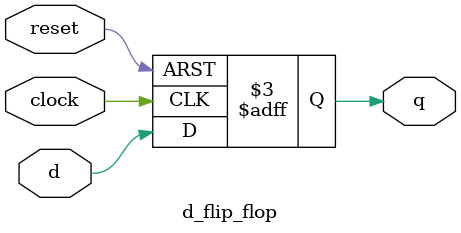
<source format=v>
module d_flip_flop(clock,reset,d,q);

input clock,reset,d;
output reg q;

always @(posedge clock or negedge reset)
	begin
	if(!reset)
		begin
		q <= 1'b0;
		end
	else
		begin
		q <= d;
		end
	end

endmodule

</source>
